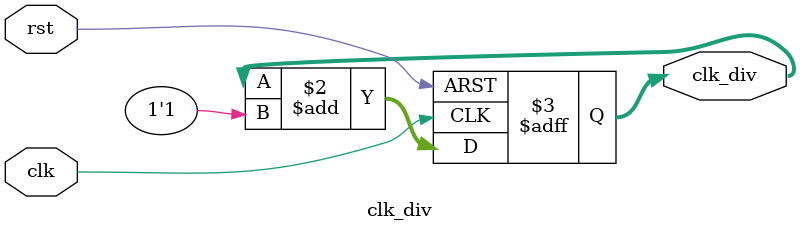
<source format=v>
`timescale 1ns / 1ps
module clk_div(
				input clk,
				input rst,
				output reg[31:0]clk_div
				);
				
		//Clock divider-Ê±ÖÓ·ÖÆµÆ÷
		
		always @ (posedge clk or posedge rst) begin
			if (rst) clk_div<=0;
			else clk_div <= clk_div+1'b1;
		end


endmodule

</source>
